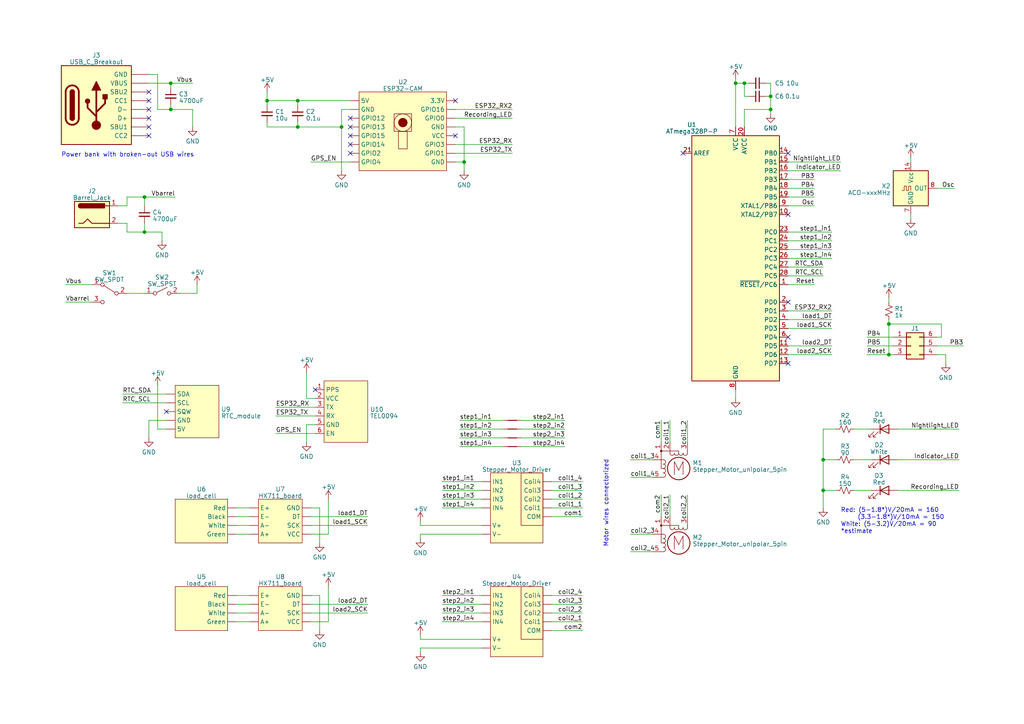
<source format=kicad_sch>
(kicad_sch (version 20230121) (generator eeschema)
  (paper "A4")
  (lib_symbols
    (symbol "Connector:Barrel_Jack" (pin_names (offset 1.016))
      (property "Reference" "J" (at 0 5.334 0))
      (property "Value" "Barrel_Jack" (at 0 -5.08 0))
      (symbol "Barrel_Jack_0_1"
        (rectangle (start -5.08 3.81) (end 5.08 -3.81) (stroke (width 0.254)) (fill (type background)))
        (arc (start -3.302 3.175) (mid -3.9343 2.54) (end -3.302 1.905) (stroke (width 0.254)))
        (arc (start -3.302 3.175) (mid -3.9343 2.54) (end -3.302 1.905) (stroke (width 0.254)) (fill (type outline)))
        (polyline (pts (xy 5.08 2.54) (xy 3.81 2.54)) (stroke (width 0.254)))
        (polyline (pts (xy -3.81 -2.54) (xy -2.54 -2.54) (xy -1.27 -1.27) (xy 0 -2.54) (xy 2.54 -2.54) (xy 5.08 -2.54)) (stroke (width 0.254)))
        (rectangle (start 3.683 3.175) (end -3.302 1.905) (stroke (width 0.254)) (fill (type outline)))
      )
      (symbol "Barrel_Jack_1_1"
        (pin passive line (at 7.62 2.54 180) (length 2.54) (name "~") (number "1"))
        (pin passive line (at 7.62 -2.54 180) (length 2.54) (name "~") (number "2"))
      )
    )
    (symbol "Connector_Generic:Conn_02x03_Counter_Clockwise" (pin_names (offset 1.016) hide)
      (property "Reference" "J" (at 1.27 5.08 0))
      (property "Value" "Conn_02x03_Counter_Clockwise" (at 1.27 -5.08 0))
      (symbol "Conn_02x03_Counter_Clockwise_1_1"
        (rectangle (start -1.27 -2.413) (end 0 -2.667) (stroke (width 0.1524)))
        (rectangle (start -1.27 0.127) (end 0 -0.127) (stroke (width 0.1524)))
        (rectangle (start -1.27 2.667) (end 0 2.413) (stroke (width 0.1524)))
        (rectangle (start -1.27 3.81) (end 3.81 -3.81) (stroke (width 0.254)) (fill (type background)))
        (rectangle (start 3.81 -2.413) (end 2.54 -2.667) (stroke (width 0.1524)))
        (rectangle (start 3.81 0.127) (end 2.54 -0.127) (stroke (width 0.1524)))
        (rectangle (start 3.81 2.667) (end 2.54 2.413) (stroke (width 0.1524)))
        (pin passive line (at -5.08 2.54 0) (length 3.81) (name "Pin_1") (number "1"))
        (pin passive line (at -5.08 0 0) (length 3.81) (name "Pin_2") (number "2"))
        (pin passive line (at -5.08 -2.54 0) (length 3.81) (name "Pin_3") (number "3"))
        (pin passive line (at 7.62 -2.54 180) (length 3.81) (name "Pin_4") (number "4"))
        (pin passive line (at 7.62 0 180) (length 3.81) (name "Pin_5") (number "5"))
        (pin passive line (at 7.62 2.54 180) (length 3.81) (name "Pin_6") (number "6"))
      )
    )
    (symbol "Device:C_Small" (pin_numbers hide) (pin_names (offset 0.254) hide)
      (property "Reference" "C" (at 0.254 1.778 0))
      (property "Value" "C_Small" (at 0.254 -2.032 0))
      (symbol "C_Small_0_1"
        (polyline (pts (xy -1.524 -0.508) (xy 1.524 -0.508)) (stroke (width 0.3302)))
        (polyline (pts (xy -1.524 0.508) (xy 1.524 0.508)) (stroke (width 0.3048)))
      )
      (symbol "C_Small_1_1"
        (pin passive line (at 0 2.54 270) (length 2.032) (name "~") (number "1"))
        (pin passive line (at 0 -2.54 90) (length 2.032) (name "~") (number "2"))
      )
    )
    (symbol "Device:LED" (pin_numbers hide) (pin_names (offset 1.016) hide)
      (property "Reference" "D" (at 0 2.54 0))
      (property "Value" "LED" (at 0 -2.54 0))
      (symbol "LED_0_1"
        (polyline (pts (xy -1.27 -1.27) (xy -1.27 1.27)) (stroke (width 0.254)))
        (polyline (pts (xy -1.27 0) (xy 1.27 0)))
        (polyline (pts (xy 1.27 -1.27) (xy 1.27 1.27) (xy -1.27 0) (xy 1.27 -1.27)) (stroke (width 0.254)))
        (polyline (pts (xy -3.048 -0.762) (xy -4.572 -2.286) (xy -3.81 -2.286) (xy -4.572 -2.286) (xy -4.572 -1.524)))
        (polyline (pts (xy -1.778 -0.762) (xy -3.302 -2.286) (xy -2.54 -2.286) (xy -3.302 -2.286) (xy -3.302 -1.524)))
      )
      (symbol "LED_1_1"
        (pin passive line (at -3.81 0 0) (length 2.54) (name "K") (number "1"))
        (pin passive line (at 3.81 0 180) (length 2.54) (name "A") (number "2"))
      )
    )
    (symbol "Device:NetTie_2" (pin_numbers hide) (pin_names (offset 0) hide) (in_bom no)
      (property "Reference" "NT" (at 0 1.27 0))
      (property "Value" "NetTie_2" (at 0 -1.27 0))
      (symbol "NetTie_2_0_1"
        (polyline (pts (xy -1.27 0) (xy 1.27 0)) (stroke (width 0.254)))
      )
      (symbol "NetTie_2_1_1"
        (pin passive line (at -2.54 0 0) (length 2.54) (name "1") (number "1"))
        (pin passive line (at 2.54 0 180) (length 2.54) (name "2") (number "2"))
      )
    )
    (symbol "Device:R_Small_US" (pin_numbers hide) (pin_names (offset 0.254) hide)
      (property "Reference" "R" (at 0.762 0.508 0))
      (property "Value" "R_Small_US" (at 0.762 -1.016 0))
      (symbol "R_Small_US_1_1"
        (polyline (pts (xy 0 0) (xy 1.016 -0.381) (xy 0 -0.762) (xy -1.016 -1.143) (xy 0 -1.524)))
        (polyline (pts (xy 0 1.524) (xy 1.016 1.143) (xy 0 0.762) (xy -1.016 0.381) (xy 0 0)))
        (pin passive line (at 0 2.54 270) (length 1.016) (name "~") (number "1"))
        (pin passive line (at 0 -2.54 90) (length 1.016) (name "~") (number "2"))
      )
    )
    (symbol "MCU_Microchip_ATmega:ATmega328P-P"
      (property "Reference" "U" (at -12.7 36.83 0))
      (property "Value" "ATmega328P-P" (at 2.54 -36.83 0))
      (symbol "ATmega328P-P_0_1"
        (rectangle (start -12.7 -35.56) (end 12.7 35.56) (stroke (width 0.254)) (fill (type background)))
      )
      (symbol "ATmega328P-P_1_1"
        (pin bidirectional line (at 15.24 -7.62 180) (length 2.54) (name "~{RESET}/PC6") (number "1"))
        (pin bidirectional line (at 15.24 12.7 180) (length 2.54) (name "XTAL2/PB7") (number "10"))
        (pin bidirectional line (at 15.24 -25.4 180) (length 2.54) (name "PD5") (number "11"))
        (pin bidirectional line (at 15.24 -27.94 180) (length 2.54) (name "PD6") (number "12"))
        (pin bidirectional line (at 15.24 -30.48 180) (length 2.54) (name "PD7") (number "13"))
        (pin bidirectional line (at 15.24 30.48 180) (length 2.54) (name "PB0") (number "14"))
        (pin bidirectional line (at 15.24 27.94 180) (length 2.54) (name "PB1") (number "15"))
        (pin bidirectional line (at 15.24 25.4 180) (length 2.54) (name "PB2") (number "16"))
        (pin bidirectional line (at 15.24 22.86 180) (length 2.54) (name "PB3") (number "17"))
        (pin bidirectional line (at 15.24 20.32 180) (length 2.54) (name "PB4") (number "18"))
        (pin bidirectional line (at 15.24 17.78 180) (length 2.54) (name "PB5") (number "19"))
        (pin bidirectional line (at 15.24 -12.7 180) (length 2.54) (name "PD0") (number "2"))
        (pin power_in line (at 2.54 38.1 270) (length 2.54) (name "AVCC") (number "20"))
        (pin passive line (at -15.24 30.48 0) (length 2.54) (name "AREF") (number "21"))
        (pin passive line (at 0 -38.1 90) (length 2.54) hide (name "GND") (number "22"))
        (pin bidirectional line (at 15.24 7.62 180) (length 2.54) (name "PC0") (number "23"))
        (pin bidirectional line (at 15.24 5.08 180) (length 2.54) (name "PC1") (number "24"))
        (pin bidirectional line (at 15.24 2.54 180) (length 2.54) (name "PC2") (number "25"))
        (pin bidirectional line (at 15.24 0 180) (length 2.54) (name "PC3") (number "26"))
        (pin bidirectional line (at 15.24 -2.54 180) (length 2.54) (name "PC4") (number "27"))
        (pin bidirectional line (at 15.24 -5.08 180) (length 2.54) (name "PC5") (number "28"))
        (pin bidirectional line (at 15.24 -15.24 180) (length 2.54) (name "PD1") (number "3"))
        (pin bidirectional line (at 15.24 -17.78 180) (length 2.54) (name "PD2") (number "4"))
        (pin bidirectional line (at 15.24 -20.32 180) (length 2.54) (name "PD3") (number "5"))
        (pin bidirectional line (at 15.24 -22.86 180) (length 2.54) (name "PD4") (number "6"))
        (pin power_in line (at 0 38.1 270) (length 2.54) (name "VCC") (number "7"))
        (pin power_in line (at 0 -38.1 90) (length 2.54) (name "GND") (number "8"))
        (pin bidirectional line (at 15.24 15.24 180) (length 2.54) (name "XTAL1/PB6") (number "9"))
      )
    )
    (symbol "Motor:Stepper_Motor_unipolar_5pin" (pin_names (offset 0) hide)
      (property "Reference" "M" (at 3.81 2.54 0))
      (property "Value" "Stepper_Motor_unipolar_5pin" (at 3.81 1.27 0))
      (symbol "Stepper_Motor_unipolar_5pin_0_0"
        (polyline (pts (xy -1.27 -1.778) (xy -1.27 2.032) (xy 0 -0.508) (xy 1.27 2.032) (xy 1.27 -1.778)))
      )
      (symbol "Stepper_Motor_unipolar_5pin_0_1"
        (circle (center -5.08 5.08) (radius 0.0001) (fill (type outline)))
        (circle (center -5.08 5.08) (radius 0.254) (fill (type outline)))
        (arc (start -4.445 -2.54) (mid -3.8127 -1.905) (end -4.445 -1.27))
        (arc (start -4.445 -1.27) (mid -3.8127 -0.635) (end -4.445 0))
        (arc (start -4.445 0) (mid -3.8127 0.635) (end -4.445 1.27))
        (arc (start -4.445 1.27) (mid -3.8127 1.905) (end -4.445 2.54))
        (arc (start -2.54 4.445) (mid -1.905 3.8127) (end -1.27 4.445))
        (arc (start -1.27 4.445) (mid -0.635 3.8127) (end 0 4.445))
        (polyline (pts (xy -5.08 -2.54) (xy -4.445 -2.54)))
        (polyline (pts (xy -5.08 2.54) (xy -4.445 2.54)))
        (polyline (pts (xy -2.54 4.445) (xy -2.54 5.08)))
        (polyline (pts (xy 2.54 4.445) (xy 2.54 5.08)))
        (polyline (pts (xy -5.08 5.08) (xy -5.08 0) (xy -4.445 0)))
        (polyline (pts (xy 0 4.445) (xy 0 5.08) (xy -5.08 5.08)))
        (circle (center 0 0) (radius 3.2512) (stroke (width 0.254)))
        (arc (start 0 4.445) (mid 0.635 3.8127) (end 1.27 4.445))
        (arc (start 1.27 4.445) (mid 1.905 3.8127) (end 2.54 4.445))
      )
      (symbol "Stepper_Motor_unipolar_5pin_1_1"
        (pin passive line (at -5.08 7.62 270) (length 2.54) (name "~") (number "1"))
        (pin passive line (at -2.54 7.62 270) (length 2.54) (name "~") (number "2"))
        (pin passive line (at 2.54 7.62 270) (length 2.54) (name "-") (number "3"))
        (pin passive line (at -7.62 2.54 0) (length 2.54) (name "~") (number "4"))
        (pin passive line (at -7.62 -2.54 0) (length 2.54) (name "~") (number "5"))
      )
    )
    (symbol "Oscillator:ACO-xxxMHz" (pin_names (offset 0.254))
      (property "Reference" "X" (at -5.08 6.35 0))
      (property "Value" "ACO-xxxMHz" (at 1.27 -6.35 0))
      (symbol "ACO-xxxMHz_0_1"
        (rectangle (start -5.08 5.08) (end 5.08 -5.08) (stroke (width 0.254)) (fill (type background)))
        (polyline (pts (xy -2.54 -0.635) (xy -1.905 -0.635) (xy -1.905 0.635) (xy -1.27 0.635) (xy -1.27 -0.635) (xy -0.635 -0.635) (xy -0.635 0.635) (xy 0 0.635) (xy 0 -0.635)))
      )
      (symbol "ACO-xxxMHz_1_1"
        (pin no_connect line (at -5.08 2.54 0) (length 2.54) hide (name "NC") (number "1"))
        (pin power_in line (at 0 7.62 270) (length 2.54) (name "Vcc") (number "14"))
        (pin power_in line (at 0 -7.62 90) (length 2.54) (name "GND") (number "7"))
        (pin output line (at 7.62 0 180) (length 2.54) (name "OUT") (number "8"))
      )
    )
    (symbol "Switch:SW_SPDT" (pin_names (offset 0) hide)
      (property "Reference" "SW" (at 0 4.318 0))
      (property "Value" "SW_SPDT" (at 0 -5.08 0))
      (symbol "SW_SPDT_0_0"
        (circle (center -2.032 0) (radius 0.508))
        (circle (center 2.032 -2.54) (radius 0.508))
      )
      (symbol "SW_SPDT_0_1"
        (polyline (pts (xy -1.524 0.254) (xy 1.651 2.286)))
        (circle (center 2.032 2.54) (radius 0.508))
      )
      (symbol "SW_SPDT_1_1"
        (pin passive line (at 5.08 2.54 180) (length 2.54) (name "A") (number "1"))
        (pin passive line (at -5.08 0 0) (length 2.54) (name "B") (number "2"))
        (pin passive line (at 5.08 -2.54 180) (length 2.54) (name "C") (number "3"))
      )
    )
    (symbol "Switch:SW_SPST" (pin_names (offset 0) hide)
      (property "Reference" "SW" (at 0 3.175 0))
      (property "Value" "SW_SPST" (at 0 -2.54 0))
      (symbol "SW_SPST_0_0"
        (circle (center -2.032 0) (radius 0.508))
        (polyline (pts (xy -1.524 0.254) (xy 1.524 1.778)))
        (circle (center 2.032 0) (radius 0.508))
      )
      (symbol "SW_SPST_1_1"
        (pin passive line (at -5.08 0 0) (length 2.54) (name "A") (number "1"))
        (pin passive line (at 5.08 0 180) (length 2.54) (name "B") (number "2"))
      )
    )
    (symbol "bird-cam:HX711_board"
      (property "Reference" "U" (at 6.35 16.51 0))
      (property "Value" "HX711_board" (at 6.35 13.97 0))
      (symbol "HX711_board_1_1"
        (rectangle (start 0 12.7) (end 12.7 0) (fill (type background)))
        (pin bidirectional line (at -2.54 2.54 0) (length 2.54) (name "A+") (number ""))
        (pin bidirectional line (at -2.54 5.08 0) (length 2.54) (name "A-") (number ""))
        (pin bidirectional line (at 15.24 7.62 180) (length 2.54) (name "DT") (number ""))
        (pin bidirectional line (at -2.54 10.16 0) (length 2.54) (name "E+") (number ""))
        (pin bidirectional line (at -2.54 7.62 0) (length 2.54) (name "E-") (number ""))
        (pin bidirectional line (at 15.24 10.16 180) (length 2.54) (name "GND") (number ""))
        (pin bidirectional line (at 15.24 5.08 180) (length 2.54) (name "SCK") (number ""))
        (pin bidirectional line (at 15.24 2.54 180) (length 2.54) (name "VCC") (number ""))
      )
    )
    (symbol "bird-cam:RTC_module"
      (property "Reference" "U" (at 6.35 19.05 0))
      (property "Value" "RTC_module" (at 6.35 16.51 0))
      (symbol "RTC_module_1_1"
        (rectangle (start 0 15.24) (end 12.7 0) (fill (type background)))
        (pin bidirectional line (at -2.54 2.54 0) (length 2.54) (name "5V") (number ""))
        (pin bidirectional line (at -2.54 5.08 0) (length 2.54) (name "GND") (number ""))
        (pin bidirectional line (at -2.54 10.16 0) (length 2.54) (name "SCL") (number ""))
        (pin bidirectional line (at -2.54 12.7 0) (length 2.54) (name "SDA") (number ""))
        (pin bidirectional line (at -2.54 7.62 0) (length 2.54) (name "SQW") (number ""))
      )
    )
    (symbol "bird-cam:TEL00094"
      (property "Reference" "U" (at 6.35 21.59 0))
      (property "Value" "TEL0094" (at 6.35 19.05 0))
      (symbol "TEL00094_1_1"
        (rectangle (start 0 17.78) (end 12.7 0) (fill (type background)))
        (pin bidirectional line (at -2.54 15.24 0) (length 2.54) (name "PPS") (number "1"))
        (pin bidirectional line (at -2.54 12.7 0) (length 2.54) (name "VCC") (number "2"))
        (pin bidirectional line (at -2.54 10.16 0) (length 2.54) (name "TX") (number "3"))
        (pin bidirectional line (at -2.54 7.62 0) (length 2.54) (name "RX") (number "4"))
        (pin bidirectional line (at -2.54 5.08 0) (length 2.54) (name "GND") (number "5"))
        (pin bidirectional line (at -2.54 2.54 0) (length 2.54) (name "EN") (number "6"))
      )
    )
    (symbol "bird-cam:ULN2003_board"
      (property "Reference" "U" (at 7.62 24.13 0))
      (property "Value" "Stepper_Motor_Driver" (at 7.62 21.59 0))
      (symbol "ULN2003_board_1_1"
        (rectangle (start 0 20.32) (end 15.24 0) (fill (type background)))
        (rectangle (start 8.89 5.08) (end 15.24 20.32))
        (pin bidirectional line (at 17.78 7.62 180) (length 2.54) (name "COM") (number ""))
        (pin bidirectional line (at 17.78 10.16 180) (length 2.54) (name "Coil1") (number ""))
        (pin bidirectional line (at 17.78 12.7 180) (length 2.54) (name "Coil2") (number ""))
        (pin bidirectional line (at 17.78 15.24 180) (length 2.54) (name "Coil3") (number ""))
        (pin bidirectional line (at 17.78 17.78 180) (length 2.54) (name "Coil4") (number ""))
        (pin bidirectional line (at -2.54 17.78 0) (length 2.54) (name "IN1") (number ""))
        (pin bidirectional line (at -2.54 15.24 0) (length 2.54) (name "IN2") (number ""))
        (pin bidirectional line (at -2.54 12.7 0) (length 2.54) (name "IN3") (number ""))
        (pin bidirectional line (at -2.54 10.16 0) (length 2.54) (name "IN4") (number ""))
        (pin bidirectional line (at -2.54 5.08 0) (length 2.54) (name "V+") (number ""))
        (pin bidirectional line (at -2.54 2.54 0) (length 2.54) (name "V-") (number ""))
      )
    )
    (symbol "bird-cam:USB_C_Breakout" (pin_names (offset 1.016))
      (property "Reference" "J" (at -10.16 12.7 0))
      (property "Value" "USB_C_Breakout" (at 10.16 12.7 0))
      (symbol "USB_C_Breakout_0_1"
        (rectangle (start -10.16 11.43) (end 10.16 -11.43) (stroke (width 0.254)) (fill (type background)))
        (arc (start -8.89 -3.81) (mid -6.985 -5.7067) (end -5.08 -3.81) (stroke (width 0.508)))
        (arc (start -7.62 -3.81) (mid -6.985 -4.4423) (end -6.35 -3.81) (stroke (width 0.254)))
        (arc (start -7.62 -3.81) (mid -6.985 -4.4423) (end -6.35 -3.81) (stroke (width 0.254)) (fill (type outline)))
        (rectangle (start -7.62 -3.81) (end -6.35 3.81) (stroke (width 0.254)) (fill (type outline)))
        (arc (start -6.35 3.81) (mid -6.985 4.4423) (end -7.62 3.81) (stroke (width 0.254)))
        (arc (start -6.35 3.81) (mid -6.985 4.4423) (end -7.62 3.81) (stroke (width 0.254)) (fill (type outline)))
        (arc (start -5.08 3.81) (mid -6.985 5.7067) (end -8.89 3.81) (stroke (width 0.508)))
        (circle (center -2.54 1.143) (radius 0.635) (stroke (width 0.254)) (fill (type outline)))
        (circle (center 0 -5.842) (radius 1.27) (fill (type outline)))
        (polyline (pts (xy -8.89 -3.81) (xy -8.89 3.81)) (stroke (width 0.508)))
        (polyline (pts (xy -5.08 3.81) (xy -5.08 -3.81)) (stroke (width 0.508)))
        (polyline (pts (xy 0 -5.842) (xy 0 4.318)) (stroke (width 0.508)))
        (polyline (pts (xy 0 -3.302) (xy -2.54 -0.762) (xy -2.54 0.508)) (stroke (width 0.508)))
        (polyline (pts (xy 0 -2.032) (xy 2.54 0.508) (xy 2.54 1.778)) (stroke (width 0.508)))
        (polyline (pts (xy -1.27 4.318) (xy 0 6.858) (xy 1.27 4.318) (xy -1.27 4.318)) (stroke (width 0.254)) (fill (type outline)))
        (rectangle (start 1.905 1.778) (end 3.175 3.048) (stroke (width 0.254)) (fill (type outline)))
      )
      (symbol "USB_C_Breakout_1_1"
        (pin bidirectional line (at 15.24 1.27 180) (length 5.08) (name "CC1") (number ""))
        (pin bidirectional line (at 15.24 -8.89 180) (length 5.08) (name "CC2") (number ""))
        (pin bidirectional line (at 15.24 -3.81 180) (length 5.08) (name "D+") (number ""))
        (pin bidirectional line (at 15.24 -1.27 180) (length 5.08) (name "D-") (number ""))
        (pin passive line (at 15.24 8.89 180) (length 5.08) (name "GND") (number ""))
        (pin bidirectional line (at 15.24 -6.35 180) (length 5.08) (name "SBU1") (number ""))
        (pin bidirectional line (at 15.24 3.81 180) (length 5.08) (name "SBU2") (number ""))
        (pin passive line (at 15.24 6.35 180) (length 5.08) (name "VBUS") (number ""))
      )
    )
    (symbol "bird-cam:esp32-cam"
      (property "Reference" "U" (at 12.7 26.67 0))
      (property "Value" "ESP32-CAM" (at 12.7 24.13 0))
      (symbol "esp32-cam_1_1"
        (rectangle (start 0 22.86) (end 25.4 0) (fill (type background)))
        (rectangle (start 10.16 16.51) (end 15.24 11.43))
        (rectangle (start 11.43 11.43) (end 13.97 6.35))
        (circle (center 12.7 13.97) (radius 1.27) (fill (type outline)))
        (circle (center 12.7 13.97) (radius 2.54))
        (pin bidirectional line (at 27.94 20.32 180) (length 2.54) (name "3.3V") (number ""))
        (pin bidirectional line (at -2.54 20.32 0) (length 2.54) (name "5V") (number ""))
        (pin bidirectional line (at -2.54 17.78 0) (length 2.54) (name "GND") (number ""))
        (pin bidirectional line (at 27.94 2.54 180) (length 2.54) (name "GND") (number ""))
        (pin bidirectional line (at 27.94 12.7 180) (length 2.54) (name "GND") (number ""))
        (pin bidirectional line (at 27.94 15.24 180) (length 2.54) (name "GPIO0") (number ""))
        (pin bidirectional line (at 27.94 5.08 180) (length 2.54) (name "GPIO1") (number ""))
        (pin bidirectional line (at -2.54 15.24 0) (length 2.54) (name "GPIO12") (number ""))
        (pin bidirectional line (at -2.54 12.7 0) (length 2.54) (name "GPIO13") (number ""))
        (pin bidirectional line (at -2.54 7.62 0) (length 2.54) (name "GPIO14") (number ""))
        (pin bidirectional line (at -2.54 10.16 0) (length 2.54) (name "GPIO15") (number ""))
        (pin bidirectional line (at 27.94 17.78 180) (length 2.54) (name "GPIO16") (number ""))
        (pin bidirectional line (at -2.54 5.08 0) (length 2.54) (name "GPIO2") (number ""))
        (pin bidirectional line (at 27.94 7.62 180) (length 2.54) (name "GPIO3") (number ""))
        (pin bidirectional line (at -2.54 2.54 0) (length 2.54) (name "GPIO4") (number ""))
        (pin bidirectional line (at 27.94 10.16 180) (length 2.54) (name "VCC") (number ""))
      )
    )
    (symbol "bird-cam:load_cell"
      (property "Reference" "U" (at 7.62 16.51 0))
      (property "Value" "load_cell" (at 7.62 13.97 0))
      (symbol "load_cell_1_1"
        (rectangle (start 0 12.7) (end 15.24 0) (fill (type background)))
        (pin bidirectional line (at 17.78 7.62 180) (length 2.54) (name "Black") (number ""))
        (pin bidirectional line (at 17.78 2.54 180) (length 2.54) (name "Green") (number ""))
        (pin bidirectional line (at 17.78 10.16 180) (length 2.54) (name "Red") (number ""))
        (pin bidirectional line (at 17.78 5.08 180) (length 2.54) (name "White") (number ""))
      )
    )
    (symbol "power:+5V" (power) (pin_names (offset 0))
      (property "Value" "+5V" (at 0 3.556 0))
      (symbol "+5V_0_1"
        (polyline (pts (xy -0.762 1.27) (xy 0 2.54)))
        (polyline (pts (xy 0 0) (xy 0 2.54)))
        (polyline (pts (xy 0 2.54) (xy 0.762 1.27)))
      )
      (symbol "+5V_1_1"
        (pin power_in line (at 0 0 90) (length 0) hide (name "+5V") (number "1"))
      )
    )
    (symbol "power:GND" (power) (pin_names (offset 0))
      (property "Value" "GND" (at 0 -3.81 0))
      (symbol "GND_0_1"
        (polyline (pts (xy 0 0) (xy 0 -1.27) (xy 1.27 -1.27) (xy 0 -2.54) (xy -1.27 -1.27) (xy 0 -1.27)))
      )
      (symbol "GND_1_1"
        (pin power_in line (at 0 0 270) (length 0) hide (name "GND") (number "1"))
      )
    )
  )
  (junction (at 99.06 36.83))
  (junction (at 49.53 31.75))
  (junction (at 49.53 24.13))
  (junction (at 86.36 36.83))
  (junction (at 238.76 142.24))
  (junction (at 213.36 24.13))
  (junction (at 223.52 27.94))
  (junction (at 223.52 31.75))
  (junction (at 238.76 133.35))
  (junction (at 134.62 46.99))
  (junction (at 257.81 93.98))
  (junction (at 86.36 29.21))
  (junction (at 77.47 29.21))
  (junction (at 41.91 67.31))
  (junction (at 257.81 102.87))
  (junction (at 215.9 24.13))
  (junction (at 41.91 57.15))
  (no_connect (at 101.6 44.45))
  (no_connect (at 43.18 34.29))
  (no_connect (at 228.6 62.23))
  (no_connect (at 132.08 29.21))
  (no_connect (at 91.44 113.03))
  (no_connect (at 228.6 105.41))
  (no_connect (at 228.6 87.63))
  (no_connect (at 101.6 41.91))
  (no_connect (at 228.6 44.45))
  (no_connect (at 43.18 31.75))
  (no_connect (at 101.6 36.83))
  (no_connect (at 198.12 44.45))
  (no_connect (at 48.26 119.38))
  (no_connect (at 43.18 29.21))
  (no_connect (at 101.6 34.29))
  (no_connect (at 43.18 36.83))
  (no_connect (at 43.18 26.67))
  (no_connect (at 132.08 39.37))
  (no_connect (at 101.6 39.37))
  (no_connect (at 228.6 97.79))
  (no_connect (at 43.18 39.37))
  (wire (pts (xy 223.52 27.94) (xy 223.52 31.75)))
  (wire (pts (xy 128.27 175.26) (xy 139.7 175.26)))
  (wire (pts (xy 95.25 144.78) (xy 95.25 154.94)))
  (wire (pts (xy 80.01 120.65) (xy 91.44 120.65)))
  (wire (pts (xy 247.65 133.35) (xy 252.73 133.35)))
  (wire (pts (xy 134.62 46.99) (xy 132.08 46.99)))
  (wire (pts (xy 223.52 24.13) (xy 223.52 27.94)))
  (wire (pts (xy 213.36 115.57) (xy 213.36 113.03)))
  (wire (pts (xy 213.36 22.86) (xy 213.36 24.13)))
  (wire (pts (xy 247.65 142.24) (xy 252.73 142.24)))
  (wire (pts (xy 68.58 149.86) (xy 72.39 149.86)))
  (wire (pts (xy 86.36 29.21) (xy 101.6 29.21)))
  (wire (pts (xy 132.08 44.45) (xy 148.59 44.45)))
  (wire (pts (xy 215.9 36.83) (xy 215.9 31.75)))
  (wire (pts (xy 160.02 142.24) (xy 168.91 142.24)))
  (wire (pts (xy 160.02 139.7) (xy 168.91 139.7)))
  (wire (pts (xy 215.9 24.13) (xy 215.9 27.94)))
  (wire (pts (xy 194.31 143.51) (xy 194.31 149.86)))
  (wire (pts (xy 228.6 80.01) (xy 238.76 80.01)))
  (wire (pts (xy 45.72 111.76) (xy 45.72 124.46)))
  (wire (pts (xy 90.17 149.86) (xy 106.68 149.86)))
  (wire (pts (xy 191.77 143.51) (xy 191.77 149.86)))
  (wire (pts (xy 238.76 142.24) (xy 242.57 142.24)))
  (wire (pts (xy 241.3 67.31) (xy 228.6 67.31)))
  (wire (pts (xy 68.58 175.26) (xy 72.39 175.26)))
  (wire (pts (xy 34.29 59.69) (xy 36.83 59.69)))
  (wire (pts (xy 228.6 54.61) (xy 236.22 54.61)))
  (wire (pts (xy 160.02 175.26) (xy 168.91 175.26)))
  (wire (pts (xy 222.25 24.13) (xy 223.52 24.13)))
  (wire (pts (xy 57.15 82.55) (xy 57.15 85.09)))
  (wire (pts (xy 228.6 82.55) (xy 236.22 82.55)))
  (wire (pts (xy 128.27 177.8) (xy 139.7 177.8)))
  (wire (pts (xy 121.92 184.15) (xy 121.92 185.42)))
  (wire (pts (xy 92.71 182.88) (xy 92.71 172.72)))
  (wire (pts (xy 132.08 36.83) (xy 134.62 36.83)))
  (wire (pts (xy 77.47 29.21) (xy 86.36 29.21)))
  (wire (pts (xy 199.39 121.92) (xy 199.39 128.27)))
  (wire (pts (xy 95.25 170.18) (xy 95.25 180.34)))
  (wire (pts (xy 215.9 31.75) (xy 223.52 31.75)))
  (wire (pts (xy 133.35 124.46) (xy 146.05 124.46)))
  (wire (pts (xy 222.25 27.94) (xy 223.52 27.94)))
  (wire (pts (xy 121.92 156.21) (xy 121.92 154.94)))
  (wire (pts (xy 128.27 139.7) (xy 139.7 139.7)))
  (wire (pts (xy 228.6 92.71) (xy 241.3 92.71)))
  (wire (pts (xy 273.05 97.79) (xy 271.78 97.79)))
  (wire (pts (xy 49.53 31.75) (xy 55.88 31.75)))
  (wire (pts (xy 45.72 31.75) (xy 49.53 31.75)))
  (wire (pts (xy 43.18 24.13) (xy 49.53 24.13)))
  (wire (pts (xy 121.92 185.42) (xy 139.7 185.42)))
  (wire (pts (xy 151.13 124.46) (xy 163.83 124.46)))
  (wire (pts (xy 99.06 31.75) (xy 99.06 36.83)))
  (wire (pts (xy 36.83 85.09) (xy 41.91 85.09)))
  (wire (pts (xy 88.9 115.57) (xy 91.44 115.57)))
  (wire (pts (xy 68.58 152.4) (xy 72.39 152.4)))
  (wire (pts (xy 35.56 116.84) (xy 48.26 116.84)))
  (wire (pts (xy 134.62 49.53) (xy 134.62 46.99)))
  (wire (pts (xy 121.92 187.96) (xy 139.7 187.96)))
  (wire (pts (xy 182.88 160.02) (xy 189.23 160.02)))
  (wire (pts (xy 68.58 177.8) (xy 72.39 177.8)))
  (wire (pts (xy 86.36 29.21) (xy 86.36 30.48)))
  (wire (pts (xy 273.05 93.98) (xy 257.81 93.98)))
  (wire (pts (xy 257.81 87.63) (xy 257.81 86.36)))
  (wire (pts (xy 257.81 93.98) (xy 257.81 102.87)))
  (wire (pts (xy 199.39 143.51) (xy 199.39 149.86)))
  (wire (pts (xy 43.18 127) (xy 43.18 121.92)))
  (wire (pts (xy 271.78 100.33) (xy 279.4 100.33)))
  (wire (pts (xy 160.02 172.72) (xy 168.91 172.72)))
  (wire (pts (xy 121.92 154.94) (xy 139.7 154.94)))
  (wire (pts (xy 271.78 54.61) (xy 276.86 54.61)))
  (wire (pts (xy 41.91 67.31) (xy 46.99 67.31)))
  (wire (pts (xy 88.9 128.27) (xy 88.9 123.19)))
  (wire (pts (xy 182.88 154.94) (xy 189.23 154.94)))
  (wire (pts (xy 247.65 124.46) (xy 252.73 124.46)))
  (wire (pts (xy 49.53 31.75) (xy 49.53 30.48)))
  (wire (pts (xy 160.02 182.88) (xy 168.91 182.88)))
  (wire (pts (xy 228.6 90.17) (xy 241.3 90.17)))
  (wire (pts (xy 228.6 100.33) (xy 241.3 100.33)))
  (wire (pts (xy 257.81 102.87) (xy 259.08 102.87)))
  (wire (pts (xy 228.6 52.07) (xy 236.22 52.07)))
  (wire (pts (xy 128.27 147.32) (xy 139.7 147.32)))
  (wire (pts (xy 101.6 31.75) (xy 99.06 31.75)))
  (wire (pts (xy 228.6 46.99) (xy 243.84 46.99)))
  (wire (pts (xy 90.17 175.26) (xy 106.68 175.26)))
  (wire (pts (xy 241.3 72.39) (xy 228.6 72.39)))
  (wire (pts (xy 151.13 129.54) (xy 163.83 129.54)))
  (wire (pts (xy 213.36 24.13) (xy 213.36 36.83)))
  (wire (pts (xy 160.02 149.86) (xy 168.91 149.86)))
  (wire (pts (xy 217.17 24.13) (xy 215.9 24.13)))
  (wire (pts (xy 260.35 124.46) (xy 278.13 124.46)))
  (wire (pts (xy 90.17 46.99) (xy 101.6 46.99)))
  (wire (pts (xy 19.05 87.63) (xy 26.67 87.63)))
  (wire (pts (xy 213.36 24.13) (xy 215.9 24.13)))
  (wire (pts (xy 133.35 121.92) (xy 146.05 121.92)))
  (wire (pts (xy 238.76 133.35) (xy 238.76 142.24)))
  (wire (pts (xy 128.27 144.78) (xy 139.7 144.78)))
  (wire (pts (xy 88.9 123.19) (xy 91.44 123.19)))
  (wire (pts (xy 77.47 36.83) (xy 86.36 36.83)))
  (wire (pts (xy 92.71 157.48) (xy 92.71 147.32)))
  (wire (pts (xy 228.6 57.15) (xy 236.22 57.15)))
  (wire (pts (xy 133.35 127) (xy 146.05 127)))
  (wire (pts (xy 223.52 33.02) (xy 223.52 31.75)))
  (wire (pts (xy 77.47 26.67) (xy 77.47 29.21)))
  (wire (pts (xy 264.16 45.72) (xy 264.16 46.99)))
  (wire (pts (xy 68.58 180.34) (xy 72.39 180.34)))
  (wire (pts (xy 41.91 57.15) (xy 50.8 57.15)))
  (wire (pts (xy 19.05 82.55) (xy 26.67 82.55)))
  (wire (pts (xy 90.17 177.8) (xy 106.68 177.8)))
  (wire (pts (xy 238.76 124.46) (xy 242.57 124.46)))
  (wire (pts (xy 160.02 147.32) (xy 168.91 147.32)))
  (wire (pts (xy 228.6 95.25) (xy 241.3 95.25)))
  (wire (pts (xy 217.17 27.94) (xy 215.9 27.94)))
  (wire (pts (xy 128.27 180.34) (xy 139.7 180.34)))
  (wire (pts (xy 160.02 180.34) (xy 168.91 180.34)))
  (wire (pts (xy 260.35 133.35) (xy 278.13 133.35)))
  (wire (pts (xy 151.13 127) (xy 163.83 127)))
  (wire (pts (xy 36.83 67.31) (xy 41.91 67.31)))
  (wire (pts (xy 151.13 121.92) (xy 163.83 121.92)))
  (wire (pts (xy 128.27 142.24) (xy 139.7 142.24)))
  (wire (pts (xy 228.6 59.69) (xy 236.22 59.69)))
  (wire (pts (xy 86.36 36.83) (xy 99.06 36.83)))
  (wire (pts (xy 77.47 35.56) (xy 77.47 36.83)))
  (wire (pts (xy 68.58 154.94) (xy 72.39 154.94)))
  (wire (pts (xy 128.27 172.72) (xy 139.7 172.72)))
  (wire (pts (xy 160.02 177.8) (xy 168.91 177.8)))
  (wire (pts (xy 182.88 133.35) (xy 189.23 133.35)))
  (wire (pts (xy 90.17 152.4) (xy 106.68 152.4)))
  (wire (pts (xy 273.05 93.98) (xy 273.05 97.79)))
  (wire (pts (xy 36.83 59.69) (xy 36.83 57.15)))
  (wire (pts (xy 34.29 64.77) (xy 36.83 64.77)))
  (wire (pts (xy 228.6 77.47) (xy 238.76 77.47)))
  (wire (pts (xy 95.25 154.94) (xy 90.17 154.94)))
  (wire (pts (xy 46.99 67.31) (xy 46.99 69.85)))
  (wire (pts (xy 132.08 41.91) (xy 148.59 41.91)))
  (wire (pts (xy 241.3 74.93) (xy 228.6 74.93)))
  (wire (pts (xy 49.53 24.13) (xy 49.53 25.4)))
  (wire (pts (xy 251.46 102.87) (xy 257.81 102.87)))
  (wire (pts (xy 182.88 138.43) (xy 189.23 138.43)))
  (wire (pts (xy 132.08 34.29) (xy 148.59 34.29)))
  (wire (pts (xy 80.01 125.73) (xy 91.44 125.73)))
  (wire (pts (xy 257.81 93.98) (xy 257.81 92.71)))
  (wire (pts (xy 133.35 129.54) (xy 146.05 129.54)))
  (wire (pts (xy 49.53 24.13) (xy 55.88 24.13)))
  (wire (pts (xy 45.72 31.75) (xy 45.72 21.59)))
  (wire (pts (xy 238.76 142.24) (xy 238.76 147.32)))
  (wire (pts (xy 35.56 114.3) (xy 48.26 114.3)))
  (wire (pts (xy 228.6 49.53) (xy 243.84 49.53)))
  (wire (pts (xy 86.36 35.56) (xy 86.36 36.83)))
  (wire (pts (xy 57.15 85.09) (xy 52.07 85.09)))
  (wire (pts (xy 68.58 147.32) (xy 72.39 147.32)))
  (wire (pts (xy 121.92 189.23) (xy 121.92 187.96)))
  (wire (pts (xy 251.46 97.79) (xy 259.08 97.79)))
  (wire (pts (xy 77.47 30.48) (xy 77.47 29.21)))
  (wire (pts (xy 95.25 180.34) (xy 90.17 180.34)))
  (wire (pts (xy 45.72 21.59) (xy 43.18 21.59)))
  (wire (pts (xy 160.02 144.78) (xy 168.91 144.78)))
  (wire (pts (xy 121.92 152.4) (xy 139.7 152.4)))
  (wire (pts (xy 134.62 36.83) (xy 134.62 46.99)))
  (wire (pts (xy 43.18 121.92) (xy 48.26 121.92)))
  (wire (pts (xy 132.08 31.75) (xy 148.59 31.75)))
  (wire (pts (xy 264.16 63.5) (xy 264.16 62.23)))
  (wire (pts (xy 41.91 57.15) (xy 41.91 59.69)))
  (wire (pts (xy 191.77 121.92) (xy 191.77 128.27)))
  (wire (pts (xy 41.91 64.77) (xy 41.91 67.31)))
  (wire (pts (xy 274.32 105.41) (xy 274.32 102.87)))
  (wire (pts (xy 68.58 172.72) (xy 72.39 172.72)))
  (wire (pts (xy 36.83 57.15) (xy 41.91 57.15)))
  (wire (pts (xy 260.35 142.24) (xy 278.13 142.24)))
  (wire (pts (xy 80.01 118.11) (xy 91.44 118.11)))
  (wire (pts (xy 36.83 64.77) (xy 36.83 67.31)))
  (wire (pts (xy 99.06 36.83) (xy 99.06 49.53)))
  (wire (pts (xy 92.71 147.32) (xy 90.17 147.32)))
  (wire (pts (xy 238.76 124.46) (xy 238.76 133.35)))
  (wire (pts (xy 121.92 151.13) (xy 121.92 152.4)))
  (wire (pts (xy 92.71 172.72) (xy 90.17 172.72)))
  (wire (pts (xy 55.88 36.83) (xy 55.88 31.75)))
  (wire (pts (xy 228.6 102.87) (xy 241.3 102.87)))
  (wire (pts (xy 238.76 133.35) (xy 242.57 133.35)))
  (wire (pts (xy 45.72 124.46) (xy 48.26 124.46)))
  (wire (pts (xy 241.3 69.85) (xy 228.6 69.85)))
  (wire (pts (xy 88.9 107.95) (xy 88.9 115.57)))
  (wire (pts (xy 194.31 121.92) (xy 194.31 128.27)))
  (wire (pts (xy 274.32 102.87) (xy 271.78 102.87)))
  (wire (pts (xy 251.46 100.33) (xy 259.08 100.33)))
  (text "Power bank with broken-out USB wires" (at 17.78 45.72 0) (effects (font (size 1.27 1.27)) (justify left bottom)))
  (text "Red: (5-1.8*)V/20mA = 160\n     (3.3-1.8*)V/10mA = 150\nWhite: (5-3.2)V/20mA = 90\n*estimate" (at 243.84 154.94 0) (effects (font (size 1.27 1.27)) (justify left bottom)))
  (text "Motor wires connectorized" (at 176.53 158.75 90) (effects (font (size 1.27 1.27)) (justify left bottom)))
  (label "step2_in4" (at 163.83 129.54 180))
  (label "Nightlight_LED" (at 243.84 46.99 180))
  (label "coil1_4" (at 168.91 139.7 180))
  (label "com2" (at 168.91 182.88 180))
  (label "Recording_LED" (at 148.59 34.29 180))
  (label "coil1_3" (at 182.88 133.35 0))
  (label "load1_DT" (at 106.68 149.86 180))
  (label "ESP32_RX" (at 80.01 118.11 0))
  (label "Osc" (at 236.22 59.69 180))
  (label "load1_SCK" (at 241.3 95.25 180))
  (label "step1_in1" (at 133.35 121.92 0))
  (label "Recording_LED" (at 278.13 142.24 180))
  (label "GPS_EN" (at 90.17 46.99 0))
  (label "PB4" (at 236.22 54.61 180))
  (label "Nightlight_LED" (at 278.13 124.46 180))
  (label "coil2_4" (at 182.88 160.02 0))
  (label "coil2_4" (at 168.91 172.72 180))
  (label "coil1_2" (at 168.91 144.78 180))
  (label "step1_in1" (at 128.27 139.7 0))
  (label "coil2_3" (at 168.91 175.26 180))
  (label "coil2_1" (at 168.91 180.34 180))
  (label "Indicator_LED" (at 243.84 49.53 180))
  (label "step2_in3" (at 163.83 127 180))
  (label "step2_in1" (at 163.83 121.92 180))
  (label "RTC_SCL" (at 35.56 116.84 0))
  (label "Vbus" (at 55.88 24.13 180))
  (label "PB3" (at 279.4 100.33 180))
  (label "PB5" (at 251.46 100.33 0))
  (label "coil1_1" (at 194.31 121.92 270))
  (label "Vbus" (at 19.05 82.55 0))
  (label "step1_in4" (at 133.35 129.54 0))
  (label "Vbarrel" (at 50.8 57.15 180))
  (label "GPS_EN" (at 80.01 125.73 0))
  (label "step1_in3" (at 128.27 144.78 0))
  (label "load2_DT" (at 241.3 100.33 180))
  (label "step2_in1" (at 128.27 172.72 0))
  (label "Reset" (at 251.46 102.87 0))
  (label "coil2_1" (at 194.31 143.51 270))
  (label "PB5" (at 236.22 57.15 180))
  (label "RTC_SDA" (at 238.76 77.47 180))
  (label "ESP32_TX" (at 80.01 120.65 0))
  (label "step2_in3" (at 128.27 177.8 0))
  (label "com2" (at 191.77 143.51 270))
  (label "step2_in2" (at 128.27 175.26 0))
  (label "Vbarrel" (at 19.05 87.63 0))
  (label "step1_in2" (at 241.3 69.85 180))
  (label "RTC_SCL" (at 238.76 80.01 180))
  (label "ESP32_RX" (at 148.59 41.91 180))
  (label "step1_in4" (at 241.3 74.93 180))
  (label "ESP32_TX" (at 148.59 44.45 180))
  (label "coil1_3" (at 168.91 142.24 180))
  (label "ESP32_RX2" (at 148.59 31.75 180))
  (label "ESP32_RX2" (at 241.3 90.17 180))
  (label "com1" (at 191.77 121.92 270))
  (label "coil1_1" (at 168.91 147.32 180))
  (label "load2_SCK" (at 106.68 177.8 180))
  (label "coil2_2" (at 199.39 143.51 270))
  (label "step1_in4" (at 128.27 147.32 0))
  (label "load1_DT" (at 241.3 92.71 180))
  (label "Osc" (at 276.86 54.61 180))
  (label "step2_in4" (at 128.27 180.34 0))
  (label "step1_in2" (at 133.35 124.46 0))
  (label "coil1_4" (at 182.88 138.43 0))
  (label "PB3" (at 236.22 52.07 180))
  (label "RTC_SDA" (at 35.56 114.3 0))
  (label "load2_SCK" (at 241.3 102.87 180))
  (label "step1_in1" (at 241.3 67.31 180))
  (label "step1_in3" (at 241.3 72.39 180))
  (label "coil2_2" (at 168.91 177.8 180))
  (label "com1" (at 168.91 149.86 180))
  (label "load2_DT" (at 106.68 175.26 180))
  (label "coil2_3" (at 182.88 154.94 0))
  (label "load1_SCK" (at 106.68 152.4 180))
  (label "Reset" (at 236.22 82.55 180))
  (label "PB4" (at 251.46 97.79 0))
  (label "coil1_2" (at 199.39 121.92 270))
  (label "step2_in2" (at 163.83 124.46 180))
  (label "step1_in2" (at 128.27 142.24 0))
  (label "step1_in3" (at 133.35 127 0))
  (label "Indicator_LED" (at 278.13 133.35 180))
  (symbol (lib_id "Switch:SW_SPDT") (at 31.75 85.09 0) (mirror y) (unit 1)
    (property "Reference" "SW1" (at 31.75 79.1591 0))
    (property "Value" "SW_SPDT" (at 31.75 81.0801 0))
  )
  (symbol (lib_id "Device:C_Small") (at 77.47 33.02 0) (unit 1)
    (property "Reference" "C1" (at 79.7941 32.3826 0) (effects (justify left)))
    (property "Value" "10u" (at 79.7941 34.3036 0) (effects (justify left)))
  )
  (symbol (lib_id "Device:C_Small") (at 86.36 33.02 0) (unit 1)
    (property "Reference" "C2" (at 88.6841 32.3826 0) (effects (justify left)))
    (property "Value" "0.1u" (at 88.6841 34.3036 0) (effects (justify left)))
  )
  (symbol (lib_id "bird-cam:load_cell") (at 50.8 182.88 0) (unit 1)
    (property "Reference" "U5" (at 58.42 167.2971 0))
    (property "Value" "load_cell" (at 58.42 169.2181 0))
  )
  (symbol (lib_id "bird-cam:HX711_board") (at 74.93 182.88 0) (unit 1)
    (property "Reference" "U8" (at 81.28 167.2971 0))
    (property "Value" "HX711_board" (at 81.28 169.2181 0))
  )
  (symbol (lib_id "power:+5V") (at 45.72 111.76 0) (unit 1)
    (property "Reference" "#PWR02" (effects hide))
    (property "Value" "+5V" (at 45.72 108.2581 0))
  )
  (symbol (lib_id "bird-cam:ULN2003_board") (at 142.24 190.5 0) (unit 1)
    (property "Reference" "U4" (at 149.86 167.2971 0))
    (property "Value" "Stepper_Motor_Driver" (at 149.86 169.2181 0))
  )
  (symbol (lib_id "bird-cam:RTC_module") (at 50.8 127 0) (unit 1)
    (property "Reference" "U9" (at 64.135 118.7363 0) (effects (justify left)))
    (property "Value" "RTC_module" (at 64.135 120.6573 0) (effects (justify left)))
    (property "Datasheet" "https://www.sparkfun.com/products/12708" (effects hide))
  )
  (symbol (lib_id "bird-cam:ULN2003_board") (at 142.24 157.48 0) (unit 1)
    (property "Reference" "U3" (at 149.86 134.2771 0))
    (property "Value" "Stepper_Motor_Driver" (at 149.86 136.1981 0))
  )
  (symbol (lib_id "Connector_Generic:Conn_02x03_Counter_Clockwise") (at 264.16 100.33 0) (unit 1)
    (property "Reference" "J1" (at 265.43 95.25 0))
    (property "Value" "Conn_02x03_Counter_Clockwise" (effects hide))
  )
  (symbol (lib_id "Device:R_Small_US") (at 257.81 90.17 0) (unit 1)
    (property "Reference" "R1" (at 259.461 89.5263 0) (effects (justify left)))
    (property "Value" "1k" (at 259.461 91.4473 0) (effects (justify left)))
  )
  (symbol (lib_id "Device:LED") (at 256.54 142.24 0) (unit 1)
    (property "Reference" "D3" (at 254.9525 137.9601 0))
    (property "Value" "Red" (at 254.9525 139.8811 0))
  )
  (symbol (lib_id "Device:LED") (at 256.54 124.46 0) (unit 1)
    (property "Reference" "D1" (at 254.9525 120.1801 0))
    (property "Value" "Red" (at 254.9525 122.1011 0))
  )
  (symbol (lib_id "power:GND") (at 55.88 36.83 0) (unit 1)
    (property "Reference" "#PWR024" (effects hide))
    (property "Value" "GND" (at 55.88 40.9655 0))
  )
  (symbol (lib_id "bird-cam:USB_C_Breakout") (at 27.94 30.48 0) (unit 1)
    (property "Reference" "J3" (at 27.94 16.0401 0))
    (property "Value" "USB_C_Breakout" (at 27.94 17.9611 0))
    (property "Datasheet" "https://www.adafruit.com/product/4090" (effects hide))
  )
  (symbol (lib_id "Oscillator:ACO-xxxMHz") (at 264.16 54.61 0) (unit 1)
    (property "Reference" "X2" (at 258.318 53.9663 0) (effects (justify right)))
    (property "Value" "ACO-xxxMHz" (at 258.318 55.8873 0) (effects (justify right)))
    (property "Footprint" "Oscillator:Oscillator_DIP-14" (effects hide))
    (property "Datasheet" "http://www.conwin.com/datasheets/cx/cx030.pdf" (effects hide))
  )
  (symbol (lib_id "power:GND") (at 46.99 69.85 0) (unit 1)
    (property "Reference" "#PWR011" (effects hide))
    (property "Value" "GND" (at 46.99 73.9855 0))
  )
  (symbol (lib_id "Device:NetTie_2") (at 148.59 124.46 0) (unit 1) (in_bom no)
    (property "Reference" "NT2" (effects hide))
    (property "Value" "NetTie_2" (effects hide))
  )
  (symbol (lib_id "Device:NetTie_2") (at 148.59 127 0) (unit 1) (in_bom no)
    (property "Reference" "NT3" (effects hide))
    (property "Value" "NetTie_2" (effects hide))
  )
  (symbol (lib_id "power:GND") (at 238.76 147.32 0) (unit 1)
    (property "Reference" "#PWR015" (effects hide))
    (property "Value" "GND" (at 238.76 151.4555 0))
  )
  (symbol (lib_id "power:+5V") (at 121.92 151.13 0) (unit 1)
    (property "Reference" "#PWR016" (effects hide))
    (property "Value" "+5V" (at 121.92 147.6281 0))
  )
  (symbol (lib_id "power:+5V") (at 88.9 107.95 0) (unit 1)
    (property "Reference" "#PWR010" (effects hide))
    (property "Value" "+5V" (at 88.9 104.4481 0))
  )
  (symbol (lib_id "Device:LED") (at 256.54 133.35 0) (unit 1)
    (property "Reference" "D2" (at 254.9525 129.0701 0))
    (property "Value" "White" (at 254.9525 130.9911 0))
  )
  (symbol (lib_id "power:GND") (at 121.92 156.21 0) (unit 1)
    (property "Reference" "#PWR017" (effects hide))
    (property "Value" "GND" (at 121.92 160.3455 0))
  )
  (symbol (lib_id "Device:NetTie_2") (at 148.59 121.92 0) (unit 1) (in_bom no)
    (property "Reference" "NT1" (effects hide))
    (property "Value" "NetTie_2" (effects hide))
  )
  (symbol (lib_id "power:+5V") (at 77.47 26.67 0) (unit 1)
    (property "Reference" "#PWR014" (effects hide))
    (property "Value" "+5V" (at 77.47 23.1681 0))
  )
  (symbol (lib_id "power:+5V") (at 121.92 184.15 0) (unit 1)
    (property "Reference" "#PWR018" (effects hide))
    (property "Value" "+5V" (at 121.92 180.6481 0))
  )
  (symbol (lib_id "power:+5V") (at 57.15 82.55 0) (unit 1)
    (property "Reference" "#PWR026" (effects hide))
    (property "Value" "+5V" (at 57.15 79.0481 0))
  )
  (symbol (lib_id "Device:R_Small_US") (at 245.11 142.24 90) (unit 1)
    (property "Reference" "R4" (at 245.11 138.3411 90))
    (property "Value" "150" (at 245.11 140.2621 90))
  )
  (symbol (lib_id "power:GND") (at 43.18 127 0) (unit 1)
    (property "Reference" "#PWR01" (effects hide))
    (property "Value" "GND" (at 43.18 131.1355 0))
  )
  (symbol (lib_id "power:GND") (at 99.06 49.53 0) (unit 1)
    (property "Reference" "#PWR013" (effects hide))
    (property "Value" "GND" (at 99.06 53.6655 0))
  )
  (symbol (lib_id "bird-cam:HX711_board") (at 74.93 157.48 0) (unit 1)
    (property "Reference" "U7" (at 81.28 141.8971 0))
    (property "Value" "HX711_board" (at 81.28 143.8181 0))
  )
  (symbol (lib_id "bird-cam:TEL00094") (at 93.98 128.27 0) (unit 1)
    (property "Reference" "U10" (at 107.315 118.7363 0) (effects (justify left)))
    (property "Value" "TEL0094" (at 107.315 120.6573 0) (effects (justify left)))
  )
  (symbol (lib_id "Device:C_Small") (at 41.91 62.23 0) (unit 1)
    (property "Reference" "C4" (at 44.2341 61.5926 0) (effects (justify left)))
    (property "Value" "4700uF" (at 44.2341 63.5136 0) (effects (justify left)))
  )
  (symbol (lib_id "Device:C_Small") (at 49.53 27.94 0) (unit 1)
    (property "Reference" "C3" (at 51.8541 27.3026 0) (effects (justify left)))
    (property "Value" "4700uF" (at 51.8541 29.2236 0) (effects (justify left)))
  )
  (symbol (lib_id "power:+5V") (at 213.36 22.86 0) (unit 1)
    (property "Reference" "#PWR03" (effects hide))
    (property "Value" "+5V" (at 213.36 19.3581 0))
  )
  (symbol (lib_id "bird-cam:esp32-cam") (at 104.14 49.53 0) (unit 1)
    (property "Reference" "U2" (at 116.84 23.7871 0))
    (property "Value" "ESP32-CAM" (at 116.84 25.7081 0))
  )
  (symbol (lib_id "Device:R_Small_US") (at 245.11 124.46 90) (unit 1)
    (property "Reference" "R2" (at 245.11 120.5611 90))
    (property "Value" "160" (at 245.11 122.4821 90))
  )
  (symbol (lib_id "power:GND") (at 92.71 157.48 0) (unit 1)
    (property "Reference" "#PWR023" (effects hide))
    (property "Value" "GND" (at 92.71 161.6155 0))
  )
  (symbol (lib_id "Connector:Barrel_Jack") (at 26.67 62.23 0) (unit 1)
    (property "Reference" "J2" (at 26.67 55.4101 0))
    (property "Value" "Barrel_Jack" (at 26.67 57.3311 0))
  )
  (symbol (lib_id "power:GND") (at 134.62 49.53 0) (unit 1)
    (property "Reference" "#PWR012" (effects hide))
    (property "Value" "GND" (at 134.62 53.6655 0))
  )
  (symbol (lib_id "power:GND") (at 213.36 115.57 0) (unit 1)
    (property "Reference" "#PWR04" (effects hide))
    (property "Value" "GND" (at 213.36 119.7055 0))
  )
  (symbol (lib_id "power:+5V") (at 95.25 170.18 0) (unit 1)
    (property "Reference" "#PWR021" (effects hide))
    (property "Value" "+5V" (at 95.25 166.6781 0))
  )
  (symbol (lib_id "Switch:SW_SPST") (at 46.99 85.09 0) (unit 1)
    (property "Reference" "SW2" (at 46.99 80.4291 0))
    (property "Value" "SW_SPST" (at 46.99 82.3501 0))
  )
  (symbol (lib_id "power:GND") (at 92.71 182.88 0) (unit 1)
    (property "Reference" "#PWR020" (effects hide))
    (property "Value" "GND" (at 92.71 187.0155 0))
  )
  (symbol (lib_id "Device:C_Small") (at 219.71 24.13 270) (unit 1)
    (property "Reference" "C5" (at 226.06 24.13 90))
    (property "Value" "10u" (at 229.87 24.13 90))
  )
  (symbol (lib_id "Motor:Stepper_Motor_unipolar_5pin") (at 196.85 135.89 0) (unit 1)
    (property "Reference" "M1" (at 200.8632 134.2684 0) (effects (justify left)))
    (property "Value" "Stepper_Motor_unipolar_5pin" (at 200.8632 136.1894 0) (effects (justify left)))
    (property "Datasheet" "http://www.infineon.com/dgdl/Application-Note-TLE8110EE_driving_UniPolarStepperMotor_V1.1.pdf?fileId=db3a30431be39b97011be5d0aa0a00b0" (effects hide))
  )
  (symbol (lib_id "power:+5V") (at 95.25 144.78 0) (unit 1)
    (property "Reference" "#PWR022" (effects hide))
    (property "Value" "+5V" (at 95.25 141.2781 0))
  )
  (symbol (lib_id "power:GND") (at 264.16 63.5 0) (unit 1)
    (property "Reference" "#PWR06" (effects hide))
    (property "Value" "GND" (at 264.16 67.6355 0))
  )
  (symbol (lib_id "Device:R_Small_US") (at 245.11 133.35 90) (unit 1)
    (property "Reference" "R3" (at 245.11 129.4511 90))
    (property "Value" "90" (at 245.11 131.3721 90))
  )
  (symbol (lib_id "power:GND") (at 121.92 189.23 0) (unit 1)
    (property "Reference" "#PWR019" (effects hide))
    (property "Value" "GND" (at 121.92 193.3655 0))
  )
  (symbol (lib_id "Device:NetTie_2") (at 148.59 129.54 0) (unit 1) (in_bom no)
    (property "Reference" "NT4" (effects hide))
    (property "Value" "NetTie_2" (effects hide))
  )
  (symbol (lib_id "MCU_Microchip_ATmega:ATmega328P-P") (at 213.36 74.93 0) (unit 1)
    (property "Reference" "U1" (at 200.66 36.179 0))
    (property "Value" "ATmega328P-P" (at 200.66 38.1 0))
    (property "Footprint" "Package_DIP:DIP-28_W7.62mm" (effects hide))
    (property "Datasheet" "http://ww1.microchip.com/downloads/en/DeviceDoc/ATmega328_P%20AVR%20MCU%20with%20picoPower%20Technology%20Data%20Sheet%2040001984A.pdf" (effects hide))
  )
  (symbol (lib_id "bird-cam:load_cell") (at 50.8 157.48 0) (unit 1)
    (property "Reference" "U6" (at 58.42 141.8971 0))
    (property "Value" "load_cell" (at 58.42 143.8181 0))
  )
  (symbol (lib_id "Motor:Stepper_Motor_unipolar_5pin") (at 196.85 157.48 0) (unit 1)
    (property "Reference" "M2" (at 200.8632 155.8584 0) (effects (justify left)))
    (property "Value" "Stepper_Motor_unipolar_5pin" (at 200.8632 157.7794 0) (effects (justify left)))
    (property "Datasheet" "http://www.infineon.com/dgdl/Application-Note-TLE8110EE_driving_UniPolarStepperMotor_V1.1.pdf?fileId=db3a30431be39b97011be5d0aa0a00b0" (effects hide))
  )
  (symbol (lib_id "power:+5V") (at 264.16 45.72 0) (unit 1)
    (property "Reference" "#PWR08" (effects hide))
    (property "Value" "+5V" (at 264.16 42.2181 0))
  )
  (symbol (lib_id "power:GND") (at 274.32 105.41 0) (unit 1)
    (property "Reference" "#PWR05" (effects hide))
    (property "Value" "GND" (at 274.32 109.5455 0))
  )
  (symbol (lib_id "power:GND") (at 223.52 33.02 0) (unit 1)
    (property "Reference" "#PWR09" (effects hide))
    (property "Value" "GND" (at 223.52 37.1555 0))
  )
  (symbol (lib_id "power:+5V") (at 257.81 86.36 0) (unit 1)
    (property "Reference" "#PWR07" (effects hide))
    (property "Value" "+5V" (at 257.81 82.8581 0))
  )
  (symbol (lib_id "power:GND") (at 88.9 128.27 0) (unit 1)
    (property "Reference" "#PWR025" (effects hide))
    (property "Value" "GND" (at 88.9 132.4055 0))
  )
  (symbol (lib_id "Device:C_Small") (at 219.71 27.94 90) (unit 1)
    (property "Reference" "C6" (at 226.06 27.94 90))
    (property "Value" "0.1u" (at 229.87 27.94 90))
  )
)
</source>
